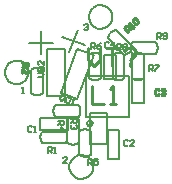
<source format=gto>
G04 Layer_Color=65535*
%FSLAX44Y44*%
%MOMM*%
G71*
G01*
G75*
%ADD27C,0.1500*%
%ADD28C,0.2540*%
%ADD29C,0.2000*%
D27*
X69350Y42050D02*
X68100Y44215D01*
X65600D01*
X64350Y42050D01*
X65600Y39885D01*
X68100D01*
X69350Y42050D01*
X57750Y45250D02*
X55360Y46367D01*
X52750Y46750D01*
X50140Y46367D01*
X47750Y45250D01*
Y25250D02*
X50140Y24133D01*
X52750Y23750D01*
X55360Y24133D01*
X57750Y25250D01*
X26500Y35000D02*
X25383Y32610D01*
X25000Y30000D01*
X25383Y27390D01*
X26500Y25000D01*
X46500D02*
X47617Y27390D01*
X48000Y30000D01*
X47617Y32610D01*
X46500Y35000D01*
X57500Y47500D02*
X58617Y49890D01*
X59000Y52500D01*
X58617Y55110D01*
X57500Y57500D01*
X37500D02*
X36383Y55110D01*
X36000Y52500D01*
X36383Y49890D01*
X37500Y47500D01*
X96250Y100000D02*
X93860Y101117D01*
X91250Y101500D01*
X88640Y101117D01*
X86250Y100000D01*
Y80000D02*
X88640Y78883D01*
X91250Y78500D01*
X93860Y78883D01*
X96250Y80000D01*
X67750Y35250D02*
X65360Y36367D01*
X62750Y36750D01*
X60140Y36367D01*
X57750Y35250D01*
Y15250D02*
X60140Y14133D01*
X62750Y13750D01*
X65360Y14133D01*
X67750Y15250D01*
X103000Y80000D02*
X105390Y78883D01*
X108000Y78500D01*
X110610Y78883D01*
X113000Y80000D01*
Y100000D02*
X110610Y101117D01*
X108000Y101500D01*
X105390Y101117D01*
X103000Y100000D01*
X123000Y100500D02*
X124117Y102890D01*
X124500Y105500D01*
X124117Y108110D01*
X123000Y110500D01*
X103000D02*
X101883Y108110D01*
X101500Y105500D01*
X101883Y102890D01*
X103000Y100500D01*
X96035Y99893D02*
X98515Y100794D01*
X100632Y102368D01*
X102206Y104485D01*
X103107Y106965D01*
X88964Y121107D02*
X86485Y120206D01*
X84368Y118632D01*
X82794Y116515D01*
X81893Y114036D01*
X69600Y5000D02*
X69286Y7487D01*
X68363Y9818D01*
X66890Y11846D01*
X64958Y13443D01*
X62690Y14511D01*
X60228Y14980D01*
X57726Y14823D01*
X55342Y14048D01*
X53226Y12705D01*
X51510Y10878D01*
X50302Y8681D01*
X49679Y6253D01*
Y3747D01*
X50302Y1319D01*
X51510Y-878D01*
X53226Y-2705D01*
X55342Y-4048D01*
X57726Y-4823D01*
X60228Y-4980D01*
X62690Y-4511D01*
X64958Y-3443D01*
X66890Y-1846D01*
X68363Y182D01*
X69286Y2513D01*
X69600Y5000D01*
X27250Y87250D02*
X24860Y88367D01*
X22250Y88750D01*
X19640Y88367D01*
X17250Y87250D01*
Y67250D02*
X19640Y66133D01*
X22250Y65750D01*
X24860Y66133D01*
X27250Y67250D01*
X15000Y85000D02*
X14686Y87487D01*
X13763Y89817D01*
X12290Y91846D01*
X10358Y93443D01*
X8090Y94511D01*
X5628Y94980D01*
X3126Y94823D01*
X742Y94048D01*
X-1374Y92705D01*
X-3090Y90878D01*
X-4298Y88681D01*
X-4921Y86253D01*
Y83747D01*
X-4298Y81319D01*
X-3090Y79122D01*
X-1374Y77295D01*
X742Y75952D01*
X3126Y75177D01*
X5628Y75020D01*
X8090Y75489D01*
X10358Y76557D01*
X12290Y78155D01*
X13763Y80183D01*
X14686Y82513D01*
X15000Y85000D01*
X76250Y100000D02*
X73860Y101117D01*
X71250Y101500D01*
X68640Y101117D01*
X66250Y100000D01*
Y80000D02*
X68640Y78883D01*
X71250Y78500D01*
X73860Y78883D01*
X76250Y80000D01*
X86100Y132000D02*
X85786Y134487D01*
X84863Y136818D01*
X83390Y138846D01*
X81458Y140443D01*
X79190Y141511D01*
X76728Y141980D01*
X74226Y141823D01*
X71842Y141048D01*
X69726Y139705D01*
X68010Y137878D01*
X66802Y135681D01*
X66179Y133253D01*
Y130747D01*
X66802Y128319D01*
X68010Y126122D01*
X69726Y124295D01*
X71842Y122952D01*
X74226Y122177D01*
X76728Y122020D01*
X79190Y122489D01*
X81458Y123557D01*
X83390Y125154D01*
X84863Y127182D01*
X85786Y129513D01*
X86100Y132000D01*
X63500Y47000D02*
Y82000D01*
X100000D01*
Y47000D02*
Y82000D01*
X63500Y47000D02*
X100000D01*
X57750Y25250D02*
Y45250D01*
X47750Y25250D02*
Y45250D01*
X26500Y35000D02*
X46500D01*
X26500Y25000D02*
X46500D01*
X37500Y47500D02*
X57500D01*
X37500Y57500D02*
X57500D01*
X96250Y80000D02*
Y100000D01*
X86250Y80000D02*
Y100000D01*
X92000Y12000D02*
Y36000D01*
X82000Y12000D02*
X92000D01*
X82000D02*
Y36000D01*
X92000D01*
X24500Y36250D02*
X48500D01*
X24500D02*
Y46250D01*
X48500D01*
Y36250D02*
Y46250D01*
X42362Y67521D02*
X56457Y62391D01*
X70138Y99979D01*
X56043Y105109D02*
X70138Y99979D01*
X42362Y67521D02*
X56043Y105109D01*
X49634Y102121D02*
X56474Y120914D01*
X43657Y114938D02*
X62451Y108097D01*
X30500Y65250D02*
X45500D01*
Y105250D01*
X30500Y105250D02*
X45500Y105250D01*
X30500Y65250D02*
X30500Y105250D01*
X25500Y120250D02*
X25500Y100250D01*
X15500Y110250D02*
X35500D01*
X67750Y15250D02*
Y35250D01*
X57750Y15250D02*
Y35250D01*
X113080Y58840D02*
Y79160D01*
X102920Y58840D02*
X113080D01*
X102920D02*
Y79160D01*
X113080D01*
X103000Y80000D02*
Y100000D01*
X113000Y80000D02*
Y100000D01*
X103000Y100500D02*
X123000D01*
X103000Y110500D02*
X123000D01*
X81893Y114036D02*
X96035Y99893D01*
X88964Y121107D02*
X103107Y106965D01*
X27250Y67250D02*
Y87250D01*
X17250Y67250D02*
Y87250D01*
X76250Y80000D02*
Y100000D01*
X66250Y80000D02*
Y100000D01*
X89330Y79840D02*
Y100160D01*
X79170Y79840D02*
X89330D01*
X79170D02*
Y100160D01*
X89330D01*
X67250Y24250D02*
Y50250D01*
X81250D01*
Y24250D02*
Y50250D01*
X67250Y24250D02*
X81250D01*
D28*
X65390Y105691D02*
Y95534D01*
X70468Y90456D01*
X75547Y95534D01*
Y105691D01*
X80625D02*
X90782D01*
X85703D01*
Y90456D01*
X95860Y103152D02*
X98399Y105691D01*
X103478D01*
X106017Y103152D01*
Y100613D01*
X100939Y95534D01*
Y92995D02*
Y90456D01*
X99571Y118985D02*
X95980Y122576D01*
X97776Y124372D01*
X98973D01*
X100169Y123175D01*
X100170Y121978D01*
X98374Y120182D01*
X99571Y121379D02*
X101965D01*
X103162Y122576D02*
X104359Y123773D01*
X103760Y123175D01*
X100170Y126766D01*
X100169Y125569D01*
X103162Y128561D02*
X103162Y129758D01*
X104359Y130955D01*
X105556D01*
X107950Y128561D01*
X107950Y127364D01*
X106753Y126167D01*
X105556D01*
X103162Y128561D01*
X9500Y92750D02*
X14578D01*
Y90211D01*
X13732Y89365D01*
X12039D01*
X11193Y90211D01*
Y92750D01*
Y91057D02*
X9500Y89365D01*
Y84286D02*
Y87672D01*
X12886Y84286D01*
X13732D01*
X14578Y85133D01*
Y86825D01*
X13732Y87672D01*
X125386Y70232D02*
X124539Y71078D01*
X122846D01*
X122000Y70232D01*
Y66846D01*
X122846Y66000D01*
X124539D01*
X125386Y66846D01*
X127078Y70232D02*
X127925Y71078D01*
X129618D01*
X130464Y70232D01*
Y69386D01*
X129618Y68539D01*
X128771D01*
X129618D01*
X130464Y67693D01*
Y66846D01*
X129618Y66000D01*
X127925D01*
X127078Y66846D01*
X68920Y73765D02*
Y58530D01*
X79077D01*
X84155D02*
X89233D01*
X86694D01*
Y73765D01*
X84155Y71226D01*
D29*
X22922Y81250D02*
X26307D01*
X28000Y82943D01*
X26307Y84636D01*
X22922D01*
Y86328D02*
X28000D01*
Y88868D01*
X27154Y89714D01*
X23768D01*
X22922Y88868D01*
Y86328D01*
X28000Y94792D02*
Y91407D01*
X24615Y94792D01*
X23768D01*
X22922Y93946D01*
Y92253D01*
X23768Y91407D01*
X42986Y66313D02*
X41828Y63132D01*
X42840Y60962D01*
X45010Y61974D01*
X46168Y65155D01*
X47758Y64576D02*
X46022Y59804D01*
X48408Y58936D01*
X49493Y59442D01*
X50650Y62623D01*
X50145Y63708D01*
X47758Y64576D01*
X50794Y58067D02*
X52384Y57488D01*
X51589Y57778D01*
X53326Y62550D01*
X52241Y62044D01*
X123750Y113250D02*
Y118328D01*
X126289D01*
X127136Y117482D01*
Y115789D01*
X126289Y114943D01*
X123750D01*
X125443D02*
X127136Y113250D01*
X128828Y114096D02*
X129675Y113250D01*
X131368D01*
X132214Y114096D01*
Y117482D01*
X131368Y118328D01*
X129675D01*
X128828Y117482D01*
Y116636D01*
X129675Y115789D01*
X132214D01*
X90250Y103750D02*
Y108828D01*
X92789D01*
X93636Y107982D01*
Y106289D01*
X92789Y105443D01*
X90250D01*
X91943D02*
X93636Y103750D01*
X95328Y107982D02*
X96175Y108828D01*
X97868D01*
X98714Y107982D01*
Y107135D01*
X97868Y106289D01*
X98714Y105443D01*
Y104596D01*
X97868Y103750D01*
X96175D01*
X95328Y104596D01*
Y105443D01*
X96175Y106289D01*
X95328Y107135D01*
Y107982D01*
X96175Y106289D02*
X97868D01*
X116750Y86500D02*
Y91578D01*
X119289D01*
X120136Y90732D01*
Y89039D01*
X119289Y88193D01*
X116750D01*
X118443D02*
X120136Y86500D01*
X121828Y91578D02*
X125214D01*
Y90732D01*
X121828Y87346D01*
Y86500D01*
X67500Y105000D02*
Y110078D01*
X70039D01*
X70886Y109232D01*
Y107539D01*
X70039Y106693D01*
X67500D01*
X69193D02*
X70886Y105000D01*
X75964Y110078D02*
X74271Y109232D01*
X72578Y107539D01*
Y105846D01*
X73425Y105000D01*
X75118D01*
X75964Y105846D01*
Y106693D01*
X75118Y107539D01*
X72578D01*
X65250Y6750D02*
Y11828D01*
X67789D01*
X68636Y10982D01*
Y9289D01*
X67789Y8443D01*
X65250D01*
X66943D02*
X68636Y6750D01*
X73714Y11828D02*
X70328D01*
Y9289D01*
X72021Y10136D01*
X72867D01*
X73714Y9289D01*
Y7596D01*
X72867Y6750D01*
X71175D01*
X70328Y7596D01*
X40000Y43750D02*
X45078D01*
Y41211D01*
X44232Y40364D01*
X42539D01*
X41693Y41211D01*
Y43750D01*
Y42057D02*
X40000Y40364D01*
Y36132D02*
X45078D01*
X42539Y38672D01*
Y35286D01*
X51000Y45500D02*
X56078D01*
Y42961D01*
X55232Y42114D01*
X53539D01*
X52693Y42961D01*
Y45500D01*
Y43807D02*
X51000Y42114D01*
X55232Y40422D02*
X56078Y39575D01*
Y37882D01*
X55232Y37036D01*
X54386D01*
X53539Y37882D01*
Y38729D01*
Y37882D01*
X52693Y37036D01*
X51846D01*
X51000Y37882D01*
Y39575D01*
X51846Y40422D01*
X31500Y16750D02*
Y21828D01*
X34039D01*
X34886Y20982D01*
Y19289D01*
X34039Y18443D01*
X31500D01*
X33193D02*
X34886Y16750D01*
X36578D02*
X38271D01*
X37425D01*
Y21828D01*
X36578Y20982D01*
X83386Y109732D02*
X82539Y110578D01*
X80846D01*
X80000Y109732D01*
Y106346D01*
X80846Y105500D01*
X82539D01*
X83386Y106346D01*
X87618Y105500D02*
Y110578D01*
X85078Y108039D01*
X88464D01*
X99136Y26982D02*
X98289Y27828D01*
X96596D01*
X95750Y26982D01*
Y23596D01*
X96596Y22750D01*
X98289D01*
X99136Y23596D01*
X104214Y22750D02*
X100828D01*
X104214Y26136D01*
Y26982D01*
X103368Y27828D01*
X101675D01*
X100828Y26982D01*
X18136Y38482D02*
X17289Y39328D01*
X15596D01*
X14750Y38482D01*
Y35096D01*
X15596Y34250D01*
X17289D01*
X18136Y35096D01*
X19828Y34250D02*
X21521D01*
X20675D01*
Y39328D01*
X19828Y38482D01*
X9750Y68000D02*
X11443D01*
X10596D01*
Y73078D01*
X9750Y72232D01*
X47386Y8750D02*
X44000D01*
X47386Y12136D01*
Y12982D01*
X46539Y13828D01*
X44846D01*
X44000Y12982D01*
X62250Y125482D02*
X63096Y126328D01*
X64789D01*
X65636Y125482D01*
Y124636D01*
X64789Y123789D01*
X63943D01*
X64789D01*
X65636Y122943D01*
Y122096D01*
X64789Y121250D01*
X63096D01*
X62250Y122096D01*
M02*

</source>
